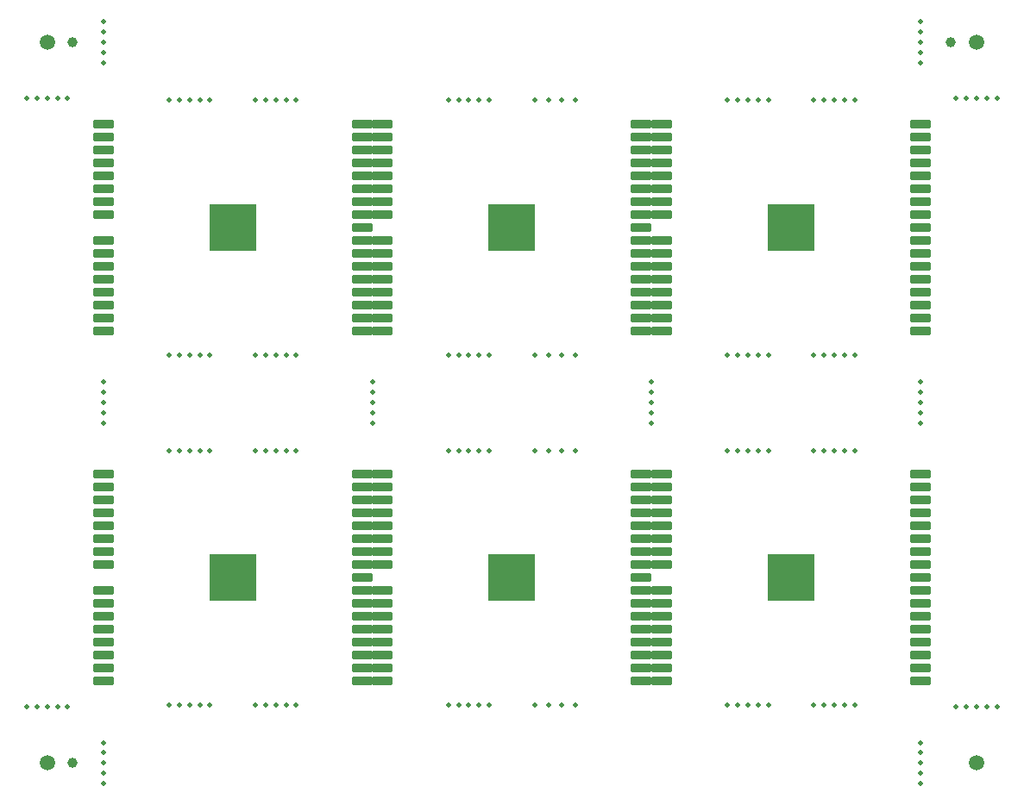
<source format=gbs>
%TF.GenerationSoftware,KiCad,Pcbnew,9.0.5*%
%TF.CreationDate,2025-11-15T17:58:45+00:00*%
%TF.ProjectId,pmic_panel,706d6963-5f70-4616-9e65-6c2e6b696361,rev?*%
%TF.SameCoordinates,Original*%
%TF.FileFunction,Soldermask,Bot*%
%TF.FilePolarity,Negative*%
%FSLAX46Y46*%
G04 Gerber Fmt 4.6, Leading zero omitted, Abs format (unit mm)*
G04 Created by KiCad (PCBNEW 9.0.5) date 2025-11-15 17:58:45*
%MOMM*%
%LPD*%
G01*
G04 APERTURE LIST*
G04 Aperture macros list*
%AMRoundRect*
0 Rectangle with rounded corners*
0 $1 Rounding radius*
0 $2 $3 $4 $5 $6 $7 $8 $9 X,Y pos of 4 corners*
0 Add a 4 corners polygon primitive as box body*
4,1,4,$2,$3,$4,$5,$6,$7,$8,$9,$2,$3,0*
0 Add four circle primitives for the rounded corners*
1,1,$1+$1,$2,$3*
1,1,$1+$1,$4,$5*
1,1,$1+$1,$6,$7*
1,1,$1+$1,$8,$9*
0 Add four rect primitives between the rounded corners*
20,1,$1+$1,$2,$3,$4,$5,0*
20,1,$1+$1,$4,$5,$6,$7,0*
20,1,$1+$1,$6,$7,$8,$9,0*
20,1,$1+$1,$8,$9,$2,$3,0*%
G04 Aperture macros list end*
%ADD10C,0.500000*%
%ADD11RoundRect,0.120000X-0.880000X-0.280000X0.880000X-0.280000X0.880000X0.280000X-0.880000X0.280000X0*%
%ADD12R,4.546000X4.546000*%
%ADD13C,1.500000*%
%ADD14C,1.000000*%
G04 APERTURE END LIST*
D10*
%TO.C,KiKit_MB_23_2*%
X172666666Y-87600000D03*
%TD*%
%TO.C,KiKit_MB_14_4*%
X126333333Y-62600000D03*
%TD*%
D11*
%TO.C,U2*%
X108400000Y-64940000D03*
X108400000Y-66210000D03*
X108400000Y-67480000D03*
X108400000Y-68750000D03*
X108400000Y-70020000D03*
X108400000Y-71290000D03*
X108400000Y-72560000D03*
X108400000Y-73830000D03*
X108400000Y-76370000D03*
X108400000Y-77640000D03*
X108400000Y-78910000D03*
X108400000Y-80180000D03*
X108400000Y-81450000D03*
X108400000Y-82720000D03*
X108400000Y-83990000D03*
X108400000Y-85260000D03*
X133800000Y-85260000D03*
X133800000Y-83990000D03*
X133800000Y-82720000D03*
X133800000Y-81450000D03*
X133800000Y-80180000D03*
X133800000Y-78910000D03*
X133800000Y-77640000D03*
X133800000Y-76370000D03*
X133800000Y-75100000D03*
X133800000Y-73830000D03*
X133800000Y-72560000D03*
X133800000Y-71290000D03*
X133800000Y-70020000D03*
X133800000Y-68750000D03*
X133800000Y-67480000D03*
X133800000Y-66210000D03*
X133800000Y-64940000D03*
D12*
X121100000Y-75100000D03*
%TD*%
D10*
%TO.C,KiKit_MB_31_2*%
X108400000Y-91300000D03*
%TD*%
%TO.C,KiKit_MB_29_6*%
X108400000Y-24500000D03*
%TD*%
%TO.C,KiKit_MB_2_5*%
X127333333Y-28200000D03*
%TD*%
D11*
%TO.C,U2*%
X108400000Y-30540000D03*
X108400000Y-31810000D03*
X108400000Y-33080000D03*
X108400000Y-34350000D03*
X108400000Y-35620000D03*
X108400000Y-36890000D03*
X108400000Y-38160000D03*
X108400000Y-39430000D03*
X108400000Y-41970000D03*
X108400000Y-43240000D03*
X108400000Y-44510000D03*
X108400000Y-45780000D03*
X108400000Y-47050000D03*
X108400000Y-48320000D03*
X108400000Y-49590000D03*
X108400000Y-50860000D03*
X133800000Y-50860000D03*
X133800000Y-49590000D03*
X133800000Y-48320000D03*
X133800000Y-47050000D03*
X133800000Y-45780000D03*
X133800000Y-44510000D03*
X133800000Y-43240000D03*
X133800000Y-41970000D03*
X133800000Y-40700000D03*
X133800000Y-39430000D03*
X133800000Y-38160000D03*
X133800000Y-36890000D03*
X133800000Y-35620000D03*
X133800000Y-34350000D03*
X133800000Y-33080000D03*
X133800000Y-31810000D03*
X133800000Y-30540000D03*
D12*
X121100000Y-40700000D03*
%TD*%
D10*
%TO.C,KiKit_MB_27_4*%
X162200000Y-57900000D03*
%TD*%
%TO.C,KiKit_MB_1_4*%
X117866667Y-28200000D03*
%TD*%
%TO.C,KiKit_MB_8_1*%
X154733333Y-53200000D03*
%TD*%
%TO.C,KiKit_MB_12_4*%
X179133333Y-53200000D03*
%TD*%
D13*
%TO.C,KiKit_TO_1*%
X102900000Y-22500000D03*
%TD*%
D10*
%TO.C,KiKit_MB_21_4*%
X172666666Y-62600000D03*
%TD*%
%TO.C,KiKit_MB_36_6*%
X196100000Y-87800000D03*
%TD*%
%TO.C,KiKit_MB_4_1*%
X127333333Y-53200000D03*
%TD*%
%TO.C,KiKit_MB_13_1*%
X114866667Y-62600000D03*
%TD*%
%TO.C,KiKit_MB_31_5*%
X108400000Y-94300000D03*
%TD*%
%TO.C,KiKit_MB_23_5*%
X169666666Y-87600000D03*
%TD*%
D11*
%TO.C,U2*%
X163200000Y-30540000D03*
X163200000Y-31810000D03*
X163200000Y-33080000D03*
X163200000Y-34350000D03*
X163200000Y-35620000D03*
X163200000Y-36890000D03*
X163200000Y-38160000D03*
X163200000Y-39430000D03*
X163200000Y-41970000D03*
X163200000Y-43240000D03*
X163200000Y-44510000D03*
X163200000Y-45780000D03*
X163200000Y-47050000D03*
X163200000Y-48320000D03*
X163200000Y-49590000D03*
X163200000Y-50860000D03*
X188600000Y-50860000D03*
X188600000Y-49590000D03*
X188600000Y-48320000D03*
X188600000Y-47050000D03*
X188600000Y-45780000D03*
X188600000Y-44510000D03*
X188600000Y-43240000D03*
X188600000Y-41970000D03*
X188600000Y-40700000D03*
X188600000Y-39430000D03*
X188600000Y-38160000D03*
X188600000Y-36890000D03*
X188600000Y-35620000D03*
X188600000Y-34350000D03*
X188600000Y-33080000D03*
X188600000Y-31810000D03*
X188600000Y-30540000D03*
D12*
X175900000Y-40700000D03*
%TD*%
D10*
%TO.C,KiKit_MB_32_4*%
X188600000Y-93300000D03*
%TD*%
%TO.C,KiKit_MB_11_1*%
X173666666Y-53200000D03*
%TD*%
%TO.C,KiKit_MB_7_4*%
X143266666Y-53200000D03*
%TD*%
%TO.C,KiKit_MB_16_3*%
X125333333Y-87600000D03*
%TD*%
%TO.C,KiKit_MB_17_4*%
X145266666Y-62600000D03*
%TD*%
%TO.C,KiKit_MB_34_3*%
X101900000Y-87800000D03*
%TD*%
D13*
%TO.C,KiKit_TO_2*%
X194100000Y-22500000D03*
%TD*%
D10*
%TO.C,KiKit_MB_20_1*%
X154733333Y-87600000D03*
%TD*%
%TO.C,KiKit_MB_28_4*%
X188600000Y-57900000D03*
%TD*%
%TO.C,KiKit_MB_4_3*%
X125333333Y-53200000D03*
%TD*%
%TO.C,KiKit_MB_16_5*%
X123333333Y-87600000D03*
%TD*%
%TO.C,KiKit_MB_4_4*%
X124333333Y-53200000D03*
%TD*%
%TO.C,KiKit_MB_23_4*%
X170666666Y-87600000D03*
%TD*%
%TO.C,KiKit_MB_35_6*%
X196100000Y-28000000D03*
%TD*%
%TO.C,KiKit_MB_36_2*%
X192100000Y-87800000D03*
%TD*%
%TO.C,KiKit_MB_34_4*%
X102900000Y-87800000D03*
%TD*%
%TO.C,KiKit_MB_7_2*%
X145266666Y-53200000D03*
%TD*%
%TO.C,KiKit_MB_32_6*%
X188600000Y-95300000D03*
%TD*%
%TO.C,KiKit_MB_26_6*%
X134800000Y-59900000D03*
%TD*%
%TO.C,KiKit_MB_10_1*%
X178133333Y-28200000D03*
%TD*%
%TO.C,KiKit_MB_10_2*%
X179133333Y-28200000D03*
%TD*%
%TO.C,KiKit_MB_19_5*%
X142266666Y-87600000D03*
%TD*%
%TO.C,KiKit_MB_19_2*%
X145266666Y-87600000D03*
%TD*%
%TO.C,KiKit_MB_7_5*%
X142266666Y-53200000D03*
%TD*%
%TO.C,KiKit_MB_17_2*%
X143266666Y-62600000D03*
%TD*%
%TO.C,KiKit_MB_14_2*%
X124333333Y-62600000D03*
%TD*%
%TO.C,KiKit_MB_28_5*%
X188600000Y-58900000D03*
%TD*%
%TO.C,KiKit_MB_10_5*%
X182133333Y-28200000D03*
%TD*%
D11*
%TO.C,U2*%
X163200000Y-64940000D03*
X163200000Y-66210000D03*
X163200000Y-67480000D03*
X163200000Y-68750000D03*
X163200000Y-70020000D03*
X163200000Y-71290000D03*
X163200000Y-72560000D03*
X163200000Y-73830000D03*
X163200000Y-76370000D03*
X163200000Y-77640000D03*
X163200000Y-78910000D03*
X163200000Y-80180000D03*
X163200000Y-81450000D03*
X163200000Y-82720000D03*
X163200000Y-83990000D03*
X163200000Y-85260000D03*
X188600000Y-85260000D03*
X188600000Y-83990000D03*
X188600000Y-82720000D03*
X188600000Y-81450000D03*
X188600000Y-80180000D03*
X188600000Y-78910000D03*
X188600000Y-77640000D03*
X188600000Y-76370000D03*
X188600000Y-75100000D03*
X188600000Y-73830000D03*
X188600000Y-72560000D03*
X188600000Y-71290000D03*
X188600000Y-70020000D03*
X188600000Y-68750000D03*
X188600000Y-67480000D03*
X188600000Y-66210000D03*
X188600000Y-64940000D03*
D12*
X175900000Y-75100000D03*
%TD*%
D10*
%TO.C,KiKit_MB_12_3*%
X180133333Y-53200000D03*
%TD*%
%TO.C,KiKit_MB_33_2*%
X100900000Y-28000000D03*
%TD*%
%TO.C,KiKit_MB_21_1*%
X169666666Y-62600000D03*
%TD*%
%TO.C,KiKit_MB_15_1*%
X118866667Y-87600000D03*
%TD*%
%TO.C,KiKit_MB_34_5*%
X103900000Y-87800000D03*
%TD*%
%TO.C,KiKit_MB_6_1*%
X150733333Y-28200000D03*
%TD*%
%TO.C,KiKit_MB_22_3*%
X180133333Y-62600000D03*
%TD*%
%TO.C,KiKit_MB_32_5*%
X188600000Y-94300000D03*
%TD*%
%TO.C,KiKit_MB_27_5*%
X162200000Y-56900000D03*
%TD*%
%TO.C,KiKit_MB_28_6*%
X188600000Y-59900000D03*
%TD*%
%TO.C,KiKit_MB_20_3*%
X152066666Y-87600000D03*
%TD*%
%TO.C,KiKit_MB_19_3*%
X144266666Y-87600000D03*
%TD*%
%TO.C,KiKit_MB_11_4*%
X170666666Y-53200000D03*
%TD*%
%TO.C,KiKit_MB_5_2*%
X143266666Y-28200000D03*
%TD*%
%TO.C,KiKit_MB_13_4*%
X117866667Y-62600000D03*
%TD*%
%TO.C,KiKit_MB_14_3*%
X125333333Y-62600000D03*
%TD*%
%TO.C,KiKit_MB_9_2*%
X170666666Y-28200000D03*
%TD*%
%TO.C,KiKit_MB_30_4*%
X188600000Y-22500000D03*
%TD*%
%TO.C,KiKit_MB_9_4*%
X172666666Y-28200000D03*
%TD*%
%TO.C,KiKit_MB_4_2*%
X126333333Y-53200000D03*
%TD*%
%TO.C,KiKit_MB_26_4*%
X134800000Y-57900000D03*
%TD*%
%TO.C,KiKit_MB_33_5*%
X103900000Y-28000000D03*
%TD*%
%TO.C,KiKit_MB_10_3*%
X180133333Y-28200000D03*
%TD*%
%TO.C,KiKit_MB_16_2*%
X126333333Y-87600000D03*
%TD*%
%TO.C,KiKit_MB_13_3*%
X116866667Y-62600000D03*
%TD*%
%TO.C,KiKit_MB_30_5*%
X188600000Y-23500000D03*
%TD*%
D13*
%TO.C,KiKit_TO_3*%
X102900000Y-93300000D03*
%TD*%
D10*
%TO.C,KiKit_MB_11_3*%
X171666666Y-53200000D03*
%TD*%
%TO.C,KiKit_MB_35_4*%
X194100000Y-28000000D03*
%TD*%
%TO.C,KiKit_MB_29_2*%
X108400000Y-20500000D03*
%TD*%
%TO.C,KiKit_MB_7_3*%
X144266666Y-53200000D03*
%TD*%
%TO.C,KiKit_MB_18_4*%
X154733333Y-62600000D03*
%TD*%
%TO.C,KiKit_MB_24_1*%
X182133333Y-87600000D03*
%TD*%
%TO.C,KiKit_MB_27_6*%
X162200000Y-55900000D03*
%TD*%
%TO.C,KiKit_MB_28_3*%
X188600000Y-56900000D03*
%TD*%
%TO.C,KiKit_MB_16_1*%
X127333333Y-87600000D03*
%TD*%
%TO.C,KiKit_MB_33_6*%
X104900000Y-28000000D03*
%TD*%
%TO.C,KiKit_MB_8_2*%
X153399999Y-53200000D03*
%TD*%
%TO.C,KiKit_MB_6_3*%
X153399999Y-28200000D03*
%TD*%
%TO.C,KiKit_MB_26_5*%
X134800000Y-58900000D03*
%TD*%
%TO.C,KiKit_MB_11_5*%
X169666666Y-53200000D03*
%TD*%
%TO.C,KiKit_MB_26_2*%
X134800000Y-55900000D03*
%TD*%
%TO.C,KiKit_MB_17_1*%
X142266666Y-62600000D03*
%TD*%
%TO.C,KiKit_MB_21_2*%
X170666666Y-62600000D03*
%TD*%
%TO.C,KiKit_MB_25_5*%
X108400000Y-58900000D03*
%TD*%
%TO.C,KiKit_MB_20_2*%
X153399999Y-87600000D03*
%TD*%
%TO.C,KiKit_MB_31_3*%
X108400000Y-92300000D03*
%TD*%
%TO.C,KiKit_MB_6_4*%
X154733333Y-28200000D03*
%TD*%
D11*
%TO.C,U2*%
X135800000Y-30540000D03*
X135800000Y-31810000D03*
X135800000Y-33080000D03*
X135800000Y-34350000D03*
X135800000Y-35620000D03*
X135800000Y-36890000D03*
X135800000Y-38160000D03*
X135800000Y-39430000D03*
X135800000Y-41970000D03*
X135800000Y-43240000D03*
X135800000Y-44510000D03*
X135800000Y-45780000D03*
X135800000Y-47050000D03*
X135800000Y-48320000D03*
X135800000Y-49590000D03*
X135800000Y-50860000D03*
X161200000Y-50860000D03*
X161200000Y-49590000D03*
X161200000Y-48320000D03*
X161200000Y-47050000D03*
X161200000Y-45780000D03*
X161200000Y-44510000D03*
X161200000Y-43240000D03*
X161200000Y-41970000D03*
X161200000Y-40700000D03*
X161200000Y-39430000D03*
X161200000Y-38160000D03*
X161200000Y-36890000D03*
X161200000Y-35620000D03*
X161200000Y-34350000D03*
X161200000Y-33080000D03*
X161200000Y-31810000D03*
X161200000Y-30540000D03*
D12*
X148500000Y-40700000D03*
%TD*%
D10*
%TO.C,KiKit_MB_20_4*%
X150733333Y-87600000D03*
%TD*%
%TO.C,KiKit_MB_36_3*%
X193100000Y-87800000D03*
%TD*%
%TO.C,KiKit_MB_15_4*%
X115866667Y-87600000D03*
%TD*%
%TO.C,KiKit_MB_18_1*%
X150733333Y-62600000D03*
%TD*%
%TO.C,KiKit_MB_12_1*%
X182133333Y-53200000D03*
%TD*%
%TO.C,KiKit_MB_35_2*%
X192100000Y-28000000D03*
%TD*%
%TO.C,KiKit_MB_24_2*%
X181133333Y-87600000D03*
%TD*%
%TO.C,KiKit_MB_4_5*%
X123333333Y-53200000D03*
%TD*%
%TO.C,KiKit_MB_24_5*%
X178133333Y-87600000D03*
%TD*%
%TO.C,KiKit_MB_3_3*%
X116866667Y-53200000D03*
%TD*%
%TO.C,KiKit_MB_19_1*%
X146266666Y-87600000D03*
%TD*%
%TO.C,KiKit_MB_1_2*%
X115866667Y-28200000D03*
%TD*%
D13*
%TO.C,KiKit_TO_4*%
X194100000Y-93300000D03*
%TD*%
D10*
%TO.C,KiKit_MB_26_3*%
X134800000Y-56900000D03*
%TD*%
%TO.C,KiKit_MB_14_1*%
X123333333Y-62600000D03*
%TD*%
%TO.C,KiKit_MB_15_2*%
X117866667Y-87600000D03*
%TD*%
%TO.C,KiKit_MB_3_4*%
X115866667Y-53200000D03*
%TD*%
%TO.C,KiKit_MB_9_1*%
X169666666Y-28200000D03*
%TD*%
%TO.C,KiKit_MB_21_5*%
X173666666Y-62600000D03*
%TD*%
%TO.C,KiKit_MB_18_2*%
X152066666Y-62600000D03*
%TD*%
%TO.C,KiKit_MB_33_3*%
X101900000Y-28000000D03*
%TD*%
%TO.C,KiKit_MB_6_2*%
X152066666Y-28200000D03*
%TD*%
%TO.C,KiKit_MB_22_1*%
X178133333Y-62600000D03*
%TD*%
%TO.C,KiKit_MB_16_4*%
X124333333Y-87600000D03*
%TD*%
%TO.C,KiKit_MB_25_3*%
X108400000Y-56900000D03*
%TD*%
%TO.C,KiKit_MB_21_3*%
X171666666Y-62600000D03*
%TD*%
%TO.C,KiKit_MB_34_6*%
X104900000Y-87800000D03*
%TD*%
%TO.C,KiKit_MB_14_5*%
X127333333Y-62600000D03*
%TD*%
%TO.C,KiKit_MB_30_3*%
X188600000Y-21500000D03*
%TD*%
%TO.C,KiKit_MB_31_6*%
X108400000Y-95300000D03*
%TD*%
%TO.C,KiKit_MB_30_6*%
X188600000Y-24500000D03*
%TD*%
%TO.C,KiKit_MB_3_2*%
X117866667Y-53200000D03*
%TD*%
%TO.C,KiKit_MB_13_2*%
X115866667Y-62600000D03*
%TD*%
%TO.C,KiKit_MB_15_5*%
X114866667Y-87600000D03*
%TD*%
%TO.C,KiKit_MB_13_5*%
X118866667Y-62600000D03*
%TD*%
%TO.C,KiKit_MB_29_5*%
X108400000Y-23500000D03*
%TD*%
%TO.C,KiKit_MB_23_3*%
X171666666Y-87600000D03*
%TD*%
%TO.C,KiKit_MB_2_1*%
X123333333Y-28200000D03*
%TD*%
%TO.C,KiKit_MB_7_1*%
X146266666Y-53200000D03*
%TD*%
%TO.C,KiKit_MB_33_4*%
X102900000Y-28000000D03*
%TD*%
%TO.C,KiKit_MB_32_2*%
X188600000Y-91300000D03*
%TD*%
%TO.C,KiKit_MB_5_1*%
X142266666Y-28200000D03*
%TD*%
%TO.C,KiKit_MB_29_3*%
X108400000Y-21500000D03*
%TD*%
%TO.C,KiKit_MB_24_3*%
X180133333Y-87600000D03*
%TD*%
%TO.C,KiKit_MB_2_3*%
X125333333Y-28200000D03*
%TD*%
D11*
%TO.C,U2*%
X135800000Y-64940000D03*
X135800000Y-66210000D03*
X135800000Y-67480000D03*
X135800000Y-68750000D03*
X135800000Y-70020000D03*
X135800000Y-71290000D03*
X135800000Y-72560000D03*
X135800000Y-73830000D03*
X135800000Y-76370000D03*
X135800000Y-77640000D03*
X135800000Y-78910000D03*
X135800000Y-80180000D03*
X135800000Y-81450000D03*
X135800000Y-82720000D03*
X135800000Y-83990000D03*
X135800000Y-85260000D03*
X161200000Y-85260000D03*
X161200000Y-83990000D03*
X161200000Y-82720000D03*
X161200000Y-81450000D03*
X161200000Y-80180000D03*
X161200000Y-78910000D03*
X161200000Y-77640000D03*
X161200000Y-76370000D03*
X161200000Y-75100000D03*
X161200000Y-73830000D03*
X161200000Y-72560000D03*
X161200000Y-71290000D03*
X161200000Y-70020000D03*
X161200000Y-68750000D03*
X161200000Y-67480000D03*
X161200000Y-66210000D03*
X161200000Y-64940000D03*
D12*
X148500000Y-75100000D03*
%TD*%
D10*
%TO.C,KiKit_MB_22_4*%
X181133333Y-62600000D03*
%TD*%
%TO.C,KiKit_MB_27_2*%
X162200000Y-59900000D03*
%TD*%
%TO.C,KiKit_MB_3_5*%
X114866667Y-53200000D03*
%TD*%
%TO.C,KiKit_MB_25_6*%
X108400000Y-59900000D03*
%TD*%
%TO.C,KiKit_MB_12_2*%
X181133333Y-53200000D03*
%TD*%
%TO.C,KiKit_MB_5_5*%
X146266666Y-28200000D03*
%TD*%
%TO.C,KiKit_MB_3_1*%
X118866667Y-53200000D03*
%TD*%
%TO.C,KiKit_MB_27_3*%
X162200000Y-58900000D03*
%TD*%
%TO.C,KiKit_MB_28_2*%
X188600000Y-55900000D03*
%TD*%
%TO.C,KiKit_MB_24_4*%
X179133333Y-87600000D03*
%TD*%
%TO.C,KiKit_MB_1_1*%
X114866667Y-28200000D03*
%TD*%
%TO.C,KiKit_MB_11_2*%
X172666666Y-53200000D03*
%TD*%
%TO.C,KiKit_MB_15_3*%
X116866667Y-87600000D03*
%TD*%
%TO.C,KiKit_MB_31_4*%
X108400000Y-93300000D03*
%TD*%
%TO.C,KiKit_MB_30_2*%
X188600000Y-20500000D03*
%TD*%
%TO.C,KiKit_MB_35_3*%
X193100000Y-28000000D03*
%TD*%
%TO.C,KiKit_MB_22_2*%
X179133333Y-62600000D03*
%TD*%
%TO.C,KiKit_MB_9_3*%
X171666666Y-28200000D03*
%TD*%
%TO.C,KiKit_MB_25_4*%
X108400000Y-57900000D03*
%TD*%
%TO.C,KiKit_MB_32_3*%
X188600000Y-92300000D03*
%TD*%
%TO.C,KiKit_MB_19_4*%
X143266666Y-87600000D03*
%TD*%
%TO.C,KiKit_MB_29_4*%
X108400000Y-22500000D03*
%TD*%
%TO.C,KiKit_MB_8_3*%
X152066666Y-53200000D03*
%TD*%
%TO.C,KiKit_MB_9_5*%
X173666666Y-28200000D03*
%TD*%
%TO.C,KiKit_MB_35_5*%
X195100000Y-28000000D03*
%TD*%
%TO.C,KiKit_MB_1_3*%
X116866667Y-28200000D03*
%TD*%
%TO.C,KiKit_MB_1_5*%
X118866667Y-28200000D03*
%TD*%
%TO.C,KiKit_MB_12_5*%
X178133333Y-53200000D03*
%TD*%
%TO.C,KiKit_MB_36_5*%
X195100000Y-87800000D03*
%TD*%
%TO.C,KiKit_MB_23_1*%
X173666666Y-87600000D03*
%TD*%
%TO.C,KiKit_MB_10_4*%
X181133333Y-28200000D03*
%TD*%
%TO.C,KiKit_MB_5_3*%
X144266666Y-28200000D03*
%TD*%
%TO.C,KiKit_MB_34_2*%
X100900000Y-87800000D03*
%TD*%
%TO.C,KiKit_MB_17_3*%
X144266666Y-62600000D03*
%TD*%
%TO.C,KiKit_MB_25_2*%
X108400000Y-55900000D03*
%TD*%
%TO.C,KiKit_MB_36_4*%
X194100000Y-87800000D03*
%TD*%
%TO.C,KiKit_MB_2_4*%
X126333333Y-28200000D03*
%TD*%
%TO.C,KiKit_MB_17_5*%
X146266666Y-62600000D03*
%TD*%
%TO.C,KiKit_MB_2_2*%
X124333333Y-28200000D03*
%TD*%
%TO.C,KiKit_MB_5_4*%
X145266666Y-28200000D03*
%TD*%
%TO.C,KiKit_MB_22_5*%
X182133333Y-62600000D03*
%TD*%
%TO.C,KiKit_MB_18_3*%
X153399999Y-62600000D03*
%TD*%
%TO.C,KiKit_MB_8_4*%
X150733333Y-53200000D03*
%TD*%
D14*
%TO.C,KiKit_FID_B_2*%
X191600000Y-22500000D03*
%TD*%
%TO.C,KiKit_FID_B_3*%
X105400000Y-93300000D03*
%TD*%
%TO.C,KiKit_FID_B_1*%
X105400000Y-22500000D03*
%TD*%
M02*

</source>
